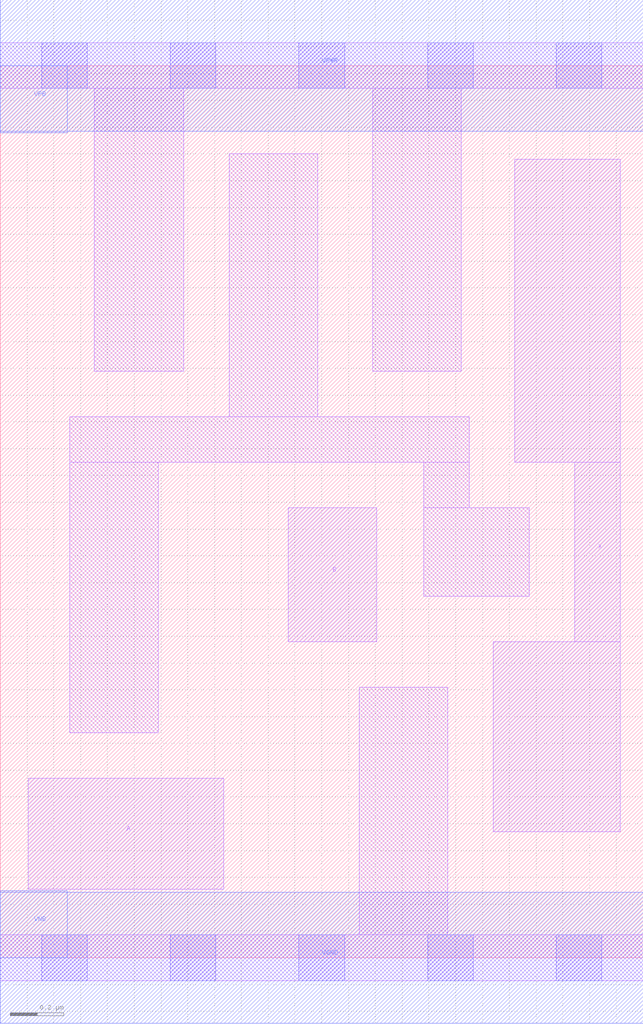
<source format=lef>
# Copyright 2020 The SkyWater PDK Authors
#
# Licensed under the Apache License, Version 2.0 (the "License");
# you may not use this file except in compliance with the License.
# You may obtain a copy of the License at
#
#     https://www.apache.org/licenses/LICENSE-2.0
#
# Unless required by applicable law or agreed to in writing, software
# distributed under the License is distributed on an "AS IS" BASIS,
# WITHOUT WARRANTIES OR CONDITIONS OF ANY KIND, either express or implied.
# See the License for the specific language governing permissions and
# limitations under the License.
#
# SPDX-License-Identifier: Apache-2.0

VERSION 5.5 ;
NAMESCASESENSITIVE ON ;
BUSBITCHARS "[]" ;
DIVIDERCHAR "/" ;
MACRO sky130_fd_sc_hs__and2_1
  CLASS CORE ;
  SOURCE USER ;
  ORIGIN  0.000000  0.000000 ;
  SIZE  2.400000 BY  3.330000 ;
  SYMMETRY X Y ;
  SITE unit ;
  PIN A
    ANTENNAGATEAREA  0.222000 ;
    DIRECTION INPUT ;
    USE SIGNAL ;
    PORT
      LAYER li1 ;
        RECT 0.105000 0.255000 0.835000 0.670000 ;
    END
  END A
  PIN B
    ANTENNAGATEAREA  0.222000 ;
    DIRECTION INPUT ;
    USE SIGNAL ;
    PORT
      LAYER li1 ;
        RECT 1.075000 1.180000 1.405000 1.680000 ;
    END
  END B
  PIN X
    ANTENNADIFFAREA  0.541300 ;
    DIRECTION OUTPUT ;
    USE SIGNAL ;
    PORT
      LAYER li1 ;
        RECT 1.840000 0.470000 2.315000 1.180000 ;
        RECT 1.920000 1.850000 2.315000 2.980000 ;
        RECT 2.145000 1.180000 2.315000 1.850000 ;
    END
  END X
  PIN VGND
    DIRECTION INOUT ;
    USE GROUND ;
    PORT
      LAYER met1 ;
        RECT 0.000000 -0.245000 2.400000 0.245000 ;
    END
  END VGND
  PIN VNB
    DIRECTION INOUT ;
    USE GROUND ;
    PORT
      LAYER met1 ;
        RECT 0.000000 0.000000 0.250000 0.250000 ;
    END
  END VNB
  PIN VPB
    DIRECTION INOUT ;
    USE POWER ;
    PORT
      LAYER met1 ;
        RECT 0.000000 3.080000 0.250000 3.330000 ;
    END
  END VPB
  PIN VPWR
    DIRECTION INOUT ;
    USE POWER ;
    PORT
      LAYER met1 ;
        RECT 0.000000 3.085000 2.400000 3.575000 ;
    END
  END VPWR
  OBS
    LAYER li1 ;
      RECT 0.000000 -0.085000 2.400000 0.085000 ;
      RECT 0.000000  3.245000 2.400000 3.415000 ;
      RECT 0.260000  0.840000 0.590000 1.850000 ;
      RECT 0.260000  1.850000 1.750000 2.020000 ;
      RECT 0.350000  2.190000 0.685000 3.245000 ;
      RECT 0.855000  2.020000 1.185000 3.000000 ;
      RECT 1.340000  0.085000 1.670000 1.010000 ;
      RECT 1.390000  2.190000 1.720000 3.245000 ;
      RECT 1.580000  1.350000 1.975000 1.680000 ;
      RECT 1.580000  1.680000 1.750000 1.850000 ;
    LAYER mcon ;
      RECT 0.155000 -0.085000 0.325000 0.085000 ;
      RECT 0.155000  3.245000 0.325000 3.415000 ;
      RECT 0.635000 -0.085000 0.805000 0.085000 ;
      RECT 0.635000  3.245000 0.805000 3.415000 ;
      RECT 1.115000 -0.085000 1.285000 0.085000 ;
      RECT 1.115000  3.245000 1.285000 3.415000 ;
      RECT 1.595000 -0.085000 1.765000 0.085000 ;
      RECT 1.595000  3.245000 1.765000 3.415000 ;
      RECT 2.075000 -0.085000 2.245000 0.085000 ;
      RECT 2.075000  3.245000 2.245000 3.415000 ;
  END
END sky130_fd_sc_hs__and2_1
END LIBRARY

</source>
